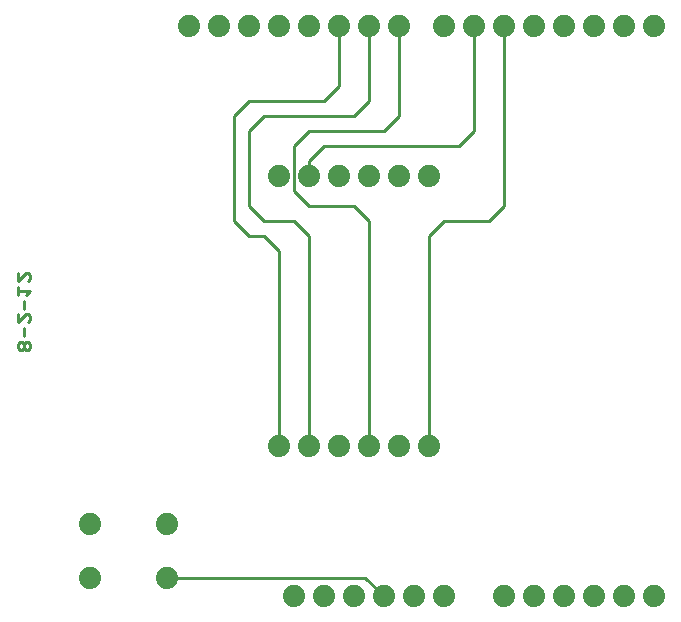
<source format=gbl>
G75*
G70*
%OFA0B0*%
%FSLAX24Y24*%
%IPPOS*%
%LPD*%
%AMOC8*
5,1,8,0,0,1.08239X$1,22.5*
%
%ADD10C,0.0100*%
%ADD11C,0.0740*%
D10*
X021113Y006610D02*
X027723Y006610D01*
X028333Y006000D01*
X027833Y011000D02*
X027833Y018500D01*
X027333Y019000D01*
X025833Y019000D01*
X025333Y019500D01*
X025333Y021000D01*
X025833Y021500D01*
X028333Y021500D01*
X028833Y022000D01*
X028833Y025000D01*
X027833Y025000D02*
X027833Y022500D01*
X027333Y022000D01*
X024333Y022000D01*
X023833Y021500D01*
X023833Y019000D01*
X024333Y018500D01*
X025333Y018500D01*
X025833Y018000D01*
X025833Y011000D01*
X024833Y011000D02*
X024833Y017500D01*
X024333Y018000D01*
X023833Y018000D01*
X023333Y018500D01*
X023333Y022000D01*
X023833Y022500D01*
X026333Y022500D01*
X026833Y023000D01*
X026833Y025000D01*
X031333Y025000D02*
X031333Y021500D01*
X030833Y021000D01*
X026333Y021000D01*
X025833Y020500D01*
X025833Y020000D01*
X029833Y018000D02*
X030333Y018500D01*
X031833Y018500D01*
X032333Y019000D01*
X032333Y025000D01*
X029833Y018000D02*
X029833Y011000D01*
X016534Y014267D02*
X016534Y014400D01*
X016467Y014467D01*
X016400Y014467D01*
X016334Y014400D01*
X016334Y014267D01*
X016400Y014200D01*
X016467Y014200D01*
X016534Y014267D01*
X016334Y014267D02*
X016267Y014200D01*
X016200Y014200D01*
X016133Y014267D01*
X016133Y014400D01*
X016200Y014467D01*
X016267Y014467D01*
X016334Y014400D01*
X016334Y014660D02*
X016334Y014927D01*
X016467Y015121D02*
X016534Y015188D01*
X016534Y015321D01*
X016467Y015388D01*
X016400Y015388D01*
X016133Y015121D01*
X016133Y015388D01*
X016334Y015581D02*
X016334Y015848D01*
X016400Y016042D02*
X016534Y016175D01*
X016133Y016175D01*
X016133Y016042D02*
X016133Y016308D01*
X016133Y016502D02*
X016400Y016769D01*
X016467Y016769D01*
X016534Y016702D01*
X016534Y016569D01*
X016467Y016502D01*
X016133Y016502D02*
X016133Y016769D01*
D11*
X018553Y006610D03*
X021113Y006610D03*
X021113Y008390D03*
X018553Y008390D03*
X024833Y011000D03*
X025833Y011000D03*
X026833Y011000D03*
X027833Y011000D03*
X028833Y011000D03*
X029833Y011000D03*
X029333Y006000D03*
X030333Y006000D03*
X028333Y006000D03*
X027333Y006000D03*
X026333Y006000D03*
X025333Y006000D03*
X032333Y006000D03*
X033333Y006000D03*
X034333Y006000D03*
X035333Y006000D03*
X036333Y006000D03*
X037333Y006000D03*
X029833Y020000D03*
X028833Y020000D03*
X027833Y020000D03*
X026833Y020000D03*
X025833Y020000D03*
X024833Y020000D03*
X024833Y025000D03*
X023833Y025000D03*
X022833Y025000D03*
X021833Y025000D03*
X025833Y025000D03*
X026833Y025000D03*
X027833Y025000D03*
X028833Y025000D03*
X030333Y025000D03*
X031333Y025000D03*
X032333Y025000D03*
X033333Y025000D03*
X034333Y025000D03*
X035333Y025000D03*
X036333Y025000D03*
X037333Y025000D03*
M02*

</source>
